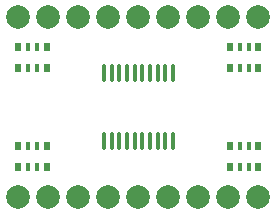
<source format=gbr>
%TF.GenerationSoftware,KiCad,Pcbnew,8.0.4*%
%TF.CreationDate,2024-09-13T11:56:02+01:00*%
%TF.ProjectId,MkI,4d6b492e-6b69-4636-9164-5f7063625858,rev?*%
%TF.SameCoordinates,Original*%
%TF.FileFunction,Soldermask,Top*%
%TF.FilePolarity,Negative*%
%FSLAX46Y46*%
G04 Gerber Fmt 4.6, Leading zero omitted, Abs format (unit mm)*
G04 Created by KiCad (PCBNEW 8.0.4) date 2024-09-13 11:56:02*
%MOMM*%
%LPD*%
G01*
G04 APERTURE LIST*
G04 Aperture macros list*
%AMRoundRect*
0 Rectangle with rounded corners*
0 $1 Rounding radius*
0 $2 $3 $4 $5 $6 $7 $8 $9 X,Y pos of 4 corners*
0 Add a 4 corners polygon primitive as box body*
4,1,4,$2,$3,$4,$5,$6,$7,$8,$9,$2,$3,0*
0 Add four circle primitives for the rounded corners*
1,1,$1+$1,$2,$3*
1,1,$1+$1,$4,$5*
1,1,$1+$1,$6,$7*
1,1,$1+$1,$8,$9*
0 Add four rect primitives between the rounded corners*
20,1,$1+$1,$2,$3,$4,$5,0*
20,1,$1+$1,$4,$5,$6,$7,0*
20,1,$1+$1,$6,$7,$8,$9,0*
20,1,$1+$1,$8,$9,$2,$3,0*%
G04 Aperture macros list end*
%ADD10RoundRect,0.100000X-0.100000X0.637500X-0.100000X-0.637500X0.100000X-0.637500X0.100000X0.637500X0*%
%ADD11R,0.500000X0.800000*%
%ADD12R,0.400000X0.800000*%
%ADD13C,2.000000*%
G04 APERTURE END LIST*
D10*
%TO.C,U1*%
X101350000Y-89857500D03*
X100700000Y-89857500D03*
X100050000Y-89857500D03*
X99400000Y-89857500D03*
X98750000Y-89857500D03*
X98100000Y-89857500D03*
X97450000Y-89857500D03*
X96800000Y-89857500D03*
X96150000Y-89857500D03*
X95500000Y-89857500D03*
X95500000Y-84132500D03*
X96150000Y-84132500D03*
X96800000Y-84132500D03*
X97450000Y-84132500D03*
X98100000Y-84132500D03*
X98750000Y-84132500D03*
X99400000Y-84132500D03*
X100050000Y-84132500D03*
X100700000Y-84132500D03*
X101350000Y-84132500D03*
%TD*%
D11*
%TO.C,RN2*%
X106185000Y-90275000D03*
D12*
X106985000Y-90275000D03*
X107785000Y-90275000D03*
D11*
X108585000Y-90275000D03*
X108585000Y-92075000D03*
D12*
X107785000Y-92075000D03*
X106985000Y-92075000D03*
D11*
X106185000Y-92075000D03*
%TD*%
D13*
%TO.C,DISP1*%
X88265000Y-79375000D03*
X90805000Y-79375000D03*
X93345000Y-79375000D03*
X95885000Y-79375000D03*
X98425000Y-79375000D03*
X100965000Y-79375000D03*
X103505000Y-79375000D03*
X106045000Y-79375000D03*
X108585000Y-79375000D03*
X108585000Y-94615000D03*
X106045000Y-94615000D03*
X103505000Y-94615000D03*
X100965000Y-94615000D03*
X98425000Y-94615000D03*
X95885000Y-94615000D03*
X93345000Y-94615000D03*
X90805000Y-94615000D03*
X88265000Y-94615000D03*
%TD*%
D11*
%TO.C,RN1*%
X88265000Y-90275000D03*
D12*
X89065000Y-90275000D03*
X89865000Y-90275000D03*
D11*
X90665000Y-90275000D03*
X90665000Y-92075000D03*
D12*
X89865000Y-92075000D03*
X89065000Y-92075000D03*
D11*
X88265000Y-92075000D03*
%TD*%
%TO.C,RN4*%
X106185000Y-81915000D03*
D12*
X106985000Y-81915000D03*
X107785000Y-81915000D03*
D11*
X108585000Y-81915000D03*
X108585000Y-83715000D03*
D12*
X107785000Y-83715000D03*
X106985000Y-83715000D03*
D11*
X106185000Y-83715000D03*
%TD*%
%TO.C,RN3*%
X88265000Y-81915000D03*
D12*
X89065000Y-81915000D03*
X89865000Y-81915000D03*
D11*
X90665000Y-81915000D03*
X90665000Y-83715000D03*
D12*
X89865000Y-83715000D03*
X89065000Y-83715000D03*
D11*
X88265000Y-83715000D03*
%TD*%
M02*

</source>
